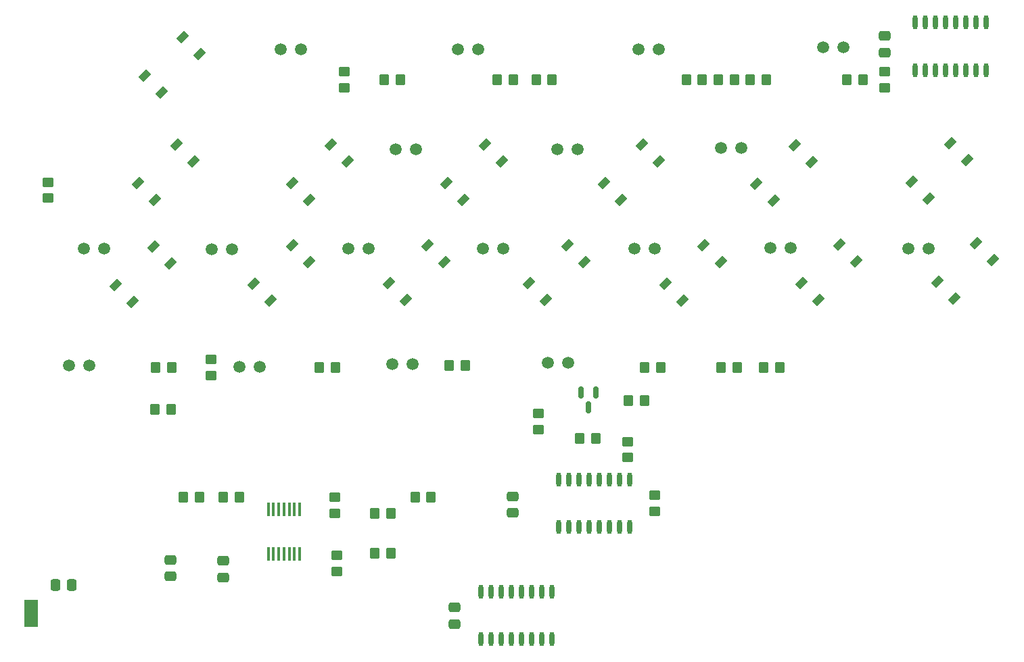
<source format=gbr>
%TF.GenerationSoftware,KiCad,Pcbnew,6.0.11+dfsg-1~bpo11+1*%
%TF.CreationDate,2023-05-07T06:08:46+00:00*%
%TF.ProjectId,CoverUI,436f7665-7255-4492-9e6b-696361645f70,rev?*%
%TF.SameCoordinates,Original*%
%TF.FileFunction,Paste,Top*%
%TF.FilePolarity,Positive*%
%FSLAX46Y46*%
G04 Gerber Fmt 4.6, Leading zero omitted, Abs format (unit mm)*
G04 Created by KiCad (PCBNEW 6.0.11+dfsg-1~bpo11+1) date 2023-05-07 06:08:46*
%MOMM*%
%LPD*%
G01*
G04 APERTURE LIST*
G04 Aperture macros list*
%AMRoundRect*
0 Rectangle with rounded corners*
0 $1 Rounding radius*
0 $2 $3 $4 $5 $6 $7 $8 $9 X,Y pos of 4 corners*
0 Add a 4 corners polygon primitive as box body*
4,1,4,$2,$3,$4,$5,$6,$7,$8,$9,$2,$3,0*
0 Add four circle primitives for the rounded corners*
1,1,$1+$1,$2,$3*
1,1,$1+$1,$4,$5*
1,1,$1+$1,$6,$7*
1,1,$1+$1,$8,$9*
0 Add four rect primitives between the rounded corners*
20,1,$1+$1,$2,$3,$4,$5,0*
20,1,$1+$1,$4,$5,$6,$7,0*
20,1,$1+$1,$6,$7,$8,$9,0*
20,1,$1+$1,$8,$9,$2,$3,0*%
%AMRotRect*
0 Rectangle, with rotation*
0 The origin of the aperture is its center*
0 $1 length*
0 $2 width*
0 $3 Rotation angle, in degrees counterclockwise*
0 Add horizontal line*
21,1,$1,$2,0,0,$3*%
G04 Aperture macros list end*
%ADD10RoundRect,0.250000X0.350000X0.450000X-0.350000X0.450000X-0.350000X-0.450000X0.350000X-0.450000X0*%
%ADD11O,0.600000X1.800000*%
%ADD12R,0.400000X1.700000*%
%ADD13RoundRect,0.250000X0.450000X-0.350000X0.450000X0.350000X-0.450000X0.350000X-0.450000X-0.350000X0*%
%ADD14C,1.520000*%
%ADD15RotRect,1.400000X0.900000X45.000000*%
%ADD16RoundRect,0.250000X-0.350000X-0.450000X0.350000X-0.450000X0.350000X0.450000X-0.350000X0.450000X0*%
%ADD17RoundRect,0.250000X-0.450000X0.350000X-0.450000X-0.350000X0.450000X-0.350000X0.450000X0.350000X0*%
%ADD18RoundRect,0.250000X0.475000X-0.337500X0.475000X0.337500X-0.475000X0.337500X-0.475000X-0.337500X0*%
%ADD19RoundRect,0.150000X-0.150000X0.587500X-0.150000X-0.587500X0.150000X-0.587500X0.150000X0.587500X0*%
%ADD20RoundRect,0.250000X-0.337500X-0.475000X0.337500X-0.475000X0.337500X0.475000X-0.337500X0.475000X0*%
%ADD21R,1.700000X3.500000*%
G04 APERTURE END LIST*
D10*
%TO.C,R21*%
X84734400Y-114147600D03*
X82734400Y-114147600D03*
%TD*%
%TO.C,R15*%
X151231600Y-72796400D03*
X149231600Y-72796400D03*
%TD*%
D11*
%TO.C,U3*%
X133268800Y-128903200D03*
X134538800Y-128903200D03*
X135808800Y-128903200D03*
X137078800Y-128903200D03*
X138348800Y-128903200D03*
X139628800Y-128903200D03*
X140888800Y-128903200D03*
X142158800Y-128903200D03*
X142158800Y-122963200D03*
X140888800Y-122963200D03*
X139628800Y-122963200D03*
X138348800Y-122963200D03*
X137078800Y-122963200D03*
X135808800Y-122963200D03*
X134538800Y-122963200D03*
X133268800Y-122963200D03*
%TD*%
D12*
%TO.C,U5*%
X100801200Y-126635600D03*
X100151200Y-126635600D03*
X99501200Y-126635600D03*
X98851200Y-126635600D03*
X98201200Y-126635600D03*
X97551200Y-126635600D03*
X96901200Y-126635600D03*
X96901200Y-132235600D03*
X97551200Y-132235600D03*
X98201200Y-132235600D03*
X98851200Y-132235600D03*
X99501200Y-132235600D03*
X100151200Y-132235600D03*
X100801200Y-132235600D03*
%TD*%
D13*
%TO.C,R6*%
X105252000Y-127152400D03*
X105252000Y-125152400D03*
%TD*%
D14*
%TO.C,D1013*%
X159752000Y-93887000D03*
X162292000Y-93887000D03*
%TD*%
%TO.C,D1016*%
X93272000Y-108777000D03*
X95812000Y-108777000D03*
%TD*%
D11*
%TO.C,U2*%
X177820400Y-71600800D03*
X179090400Y-71600800D03*
X180360400Y-71600800D03*
X181630400Y-71600800D03*
X182900400Y-71600800D03*
X184180400Y-71600800D03*
X185440400Y-71600800D03*
X186710400Y-71600800D03*
X186710400Y-65660800D03*
X185440400Y-65660800D03*
X184180400Y-65660800D03*
X182900400Y-65660800D03*
X181630400Y-65660800D03*
X180360400Y-65660800D03*
X179090400Y-65660800D03*
X177820400Y-65660800D03*
%TD*%
D10*
%TO.C,R8*%
X112252000Y-127152400D03*
X110252000Y-127152400D03*
%TD*%
D13*
%TO.C,R3*%
X174056800Y-73796400D03*
X174056800Y-71796400D03*
%TD*%
D15*
%TO.C,SW12*%
X129532177Y-98330503D03*
X134340503Y-93522177D03*
X131653497Y-100451823D03*
X136461823Y-95643497D03*
%TD*%
D16*
%TO.C,R14*%
X130406400Y-72796400D03*
X132406400Y-72796400D03*
%TD*%
D17*
%TO.C,R17*%
X145288000Y-124898400D03*
X145288000Y-126898400D03*
%TD*%
D10*
%TO.C,R4*%
X144000000Y-113000000D03*
X142000000Y-113000000D03*
%TD*%
D18*
%TO.C,C3*%
X174091600Y-69414300D03*
X174091600Y-67339300D03*
%TD*%
D15*
%TO.C,SW5*%
X138872177Y-85730503D03*
X143680503Y-80922177D03*
X140993497Y-87851823D03*
X145801823Y-83043497D03*
%TD*%
D14*
%TO.C,D1005*%
X112852000Y-81577000D03*
X115392000Y-81577000D03*
%TD*%
D10*
%TO.C,R10*%
X155600400Y-108864400D03*
X153600400Y-108864400D03*
%TD*%
D16*
%TO.C,R25*%
X119564400Y-108661200D03*
X121564400Y-108661200D03*
%TD*%
D10*
%TO.C,R23*%
X84769200Y-108864400D03*
X82769200Y-108864400D03*
%TD*%
D13*
%TO.C,R30*%
X141884400Y-120160800D03*
X141884400Y-118160800D03*
%TD*%
D14*
%TO.C,D1012*%
X142742000Y-94007000D03*
X145282000Y-94007000D03*
%TD*%
D19*
%TO.C,Q1*%
X137906800Y-111990900D03*
X136006800Y-111990900D03*
X136956800Y-113865900D03*
%TD*%
D20*
%TO.C,C1001*%
X70214500Y-136152400D03*
X72289500Y-136152400D03*
%TD*%
D14*
%TO.C,D1002*%
X120632000Y-69037000D03*
X123172000Y-69037000D03*
%TD*%
%TO.C,D1006*%
X133062000Y-81527000D03*
X135602000Y-81527000D03*
%TD*%
D15*
%TO.C,SW8*%
X180662177Y-98100503D03*
X185470503Y-93292177D03*
X182783497Y-100221823D03*
X187591823Y-95413497D03*
%TD*%
D10*
%TO.C,R2*%
X137906000Y-117805200D03*
X135906000Y-117805200D03*
%TD*%
D13*
%TO.C,R22*%
X69342000Y-87648800D03*
X69342000Y-85648800D03*
%TD*%
D15*
%TO.C,SW2*%
X80582177Y-85730503D03*
X85390503Y-80922177D03*
X82703497Y-87851823D03*
X87511823Y-83043497D03*
%TD*%
%TO.C,SW9*%
X77742177Y-98560503D03*
X82550503Y-93752177D03*
X79863497Y-100681823D03*
X84671823Y-95873497D03*
%TD*%
D11*
%TO.C,U4*%
X123515200Y-142924000D03*
X124785200Y-142924000D03*
X126055200Y-142924000D03*
X127325200Y-142924000D03*
X128595200Y-142924000D03*
X129875200Y-142924000D03*
X131135200Y-142924000D03*
X132405200Y-142924000D03*
X132405200Y-136984000D03*
X131135200Y-136984000D03*
X129875200Y-136984000D03*
X128595200Y-136984000D03*
X127325200Y-136984000D03*
X126055200Y-136984000D03*
X124785200Y-136984000D03*
X123515200Y-136984000D03*
%TD*%
D15*
%TO.C,SW1*%
X81392177Y-72330503D03*
X86200503Y-67522177D03*
X83513497Y-74451823D03*
X88321823Y-69643497D03*
%TD*%
D13*
%TO.C,R29*%
X105506000Y-134464800D03*
X105506000Y-132464800D03*
%TD*%
D17*
%TO.C,R20*%
X89712800Y-107864400D03*
X89712800Y-109864400D03*
%TD*%
D15*
%TO.C,SW13*%
X146592177Y-98380503D03*
X151400503Y-93572177D03*
X148713497Y-100501823D03*
X153521823Y-95693497D03*
%TD*%
D18*
%TO.C,C1*%
X120243600Y-141020800D03*
X120243600Y-138945800D03*
%TD*%
D10*
%TO.C,R11*%
X160934400Y-108864400D03*
X158934400Y-108864400D03*
%TD*%
D14*
%TO.C,D1007*%
X153562000Y-81407000D03*
X156102000Y-81407000D03*
%TD*%
D13*
%TO.C,R27*%
X106406400Y-73796400D03*
X106406400Y-71796400D03*
%TD*%
D14*
%TO.C,D1017*%
X112392000Y-108497000D03*
X114932000Y-108497000D03*
%TD*%
%TO.C,D1014*%
X177042000Y-93947000D03*
X179582000Y-93947000D03*
%TD*%
%TO.C,D1010*%
X106892000Y-93947000D03*
X109432000Y-93947000D03*
%TD*%
D10*
%TO.C,R1*%
X117252000Y-125152400D03*
X115252000Y-125152400D03*
%TD*%
D15*
%TO.C,SW14*%
X163602177Y-98270503D03*
X168410503Y-93462177D03*
X165723497Y-100391823D03*
X170531823Y-95583497D03*
%TD*%
D13*
%TO.C,R7*%
X130708400Y-116636800D03*
X130708400Y-114636800D03*
%TD*%
D14*
%TO.C,D1018*%
X131862000Y-108317000D03*
X134402000Y-108317000D03*
%TD*%
D15*
%TO.C,SW6*%
X158002177Y-85840503D03*
X162810503Y-81032177D03*
X160123497Y-87961823D03*
X164931823Y-83153497D03*
%TD*%
D10*
%TO.C,R28*%
X113406400Y-72796400D03*
X111406400Y-72796400D03*
%TD*%
D14*
%TO.C,D1001*%
X98472000Y-69037000D03*
X101012000Y-69037000D03*
%TD*%
%TO.C,D1004*%
X166332000Y-68757000D03*
X168872000Y-68757000D03*
%TD*%
%TO.C,D1008*%
X73787000Y-93947000D03*
X76327000Y-93947000D03*
%TD*%
D16*
%TO.C,R18*%
X144000000Y-108864400D03*
X146000000Y-108864400D03*
%TD*%
D18*
%TO.C,C1003*%
X84683600Y-135077200D03*
X84683600Y-133002200D03*
%TD*%
D15*
%TO.C,SW11*%
X112012177Y-98330503D03*
X116820503Y-93522177D03*
X114133497Y-100451823D03*
X118941823Y-95643497D03*
%TD*%
D10*
%TO.C,R12*%
X155260800Y-72796400D03*
X153260800Y-72796400D03*
%TD*%
%TO.C,R19*%
X88252000Y-125152400D03*
X86252000Y-125152400D03*
%TD*%
D16*
%TO.C,R9*%
X110252000Y-132152400D03*
X112252000Y-132152400D03*
%TD*%
D18*
%TO.C,C1002*%
X91252000Y-135189900D03*
X91252000Y-133114900D03*
%TD*%
D10*
%TO.C,R26*%
X93252000Y-125152400D03*
X91252000Y-125152400D03*
%TD*%
D14*
%TO.C,D1015*%
X71932000Y-108607000D03*
X74472000Y-108607000D03*
%TD*%
%TO.C,D1011*%
X123722000Y-94007000D03*
X126262000Y-94007000D03*
%TD*%
D18*
%TO.C,C2*%
X127457200Y-127093800D03*
X127457200Y-125018800D03*
%TD*%
D10*
%TO.C,R24*%
X105276400Y-108915200D03*
X103276400Y-108915200D03*
%TD*%
D14*
%TO.C,D1009*%
X89822000Y-94067000D03*
X92362000Y-94067000D03*
%TD*%
D10*
%TO.C,R13*%
X127558800Y-72796400D03*
X125558800Y-72796400D03*
%TD*%
D15*
%TO.C,SW10*%
X95032177Y-98380503D03*
X99840503Y-93572177D03*
X97153497Y-100501823D03*
X101961823Y-95693497D03*
%TD*%
D10*
%TO.C,R16*%
X159207200Y-72796400D03*
X157207200Y-72796400D03*
%TD*%
D15*
%TO.C,SW7*%
X177412177Y-85610503D03*
X182220503Y-80802177D03*
X179533497Y-87731823D03*
X184341823Y-82923497D03*
%TD*%
%TO.C,SW3*%
X99882177Y-85730503D03*
X104690503Y-80922177D03*
X102003497Y-87851823D03*
X106811823Y-83043497D03*
%TD*%
D10*
%TO.C,R5*%
X171313600Y-72796400D03*
X169313600Y-72796400D03*
%TD*%
D14*
%TO.C,D1003*%
X143252000Y-69037000D03*
X145792000Y-69037000D03*
%TD*%
D15*
%TO.C,SW4*%
X119172177Y-85730503D03*
X123980503Y-80922177D03*
X121293497Y-87851823D03*
X126101823Y-83043497D03*
%TD*%
D21*
%TO.C,U1*%
X67208400Y-139736400D03*
%TD*%
M02*

</source>
